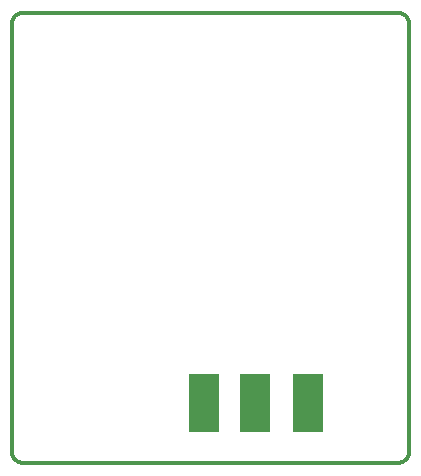
<source format=gbp>
G75*
%MOIN*%
%OFA0B0*%
%FSLAX24Y24*%
%IPPOS*%
%LPD*%
%AMOC8*
5,1,8,0,0,1.08239X$1,22.5*
%
%ADD10C,0.0120*%
%ADD11R,0.1043X0.1969*%
D10*
X000160Y000535D02*
X000160Y014785D01*
X000162Y014822D01*
X000167Y014858D01*
X000176Y014894D01*
X000189Y014929D01*
X000204Y014962D01*
X000223Y014993D01*
X000245Y015023D01*
X000270Y015050D01*
X000297Y015075D01*
X000327Y015097D01*
X000358Y015116D01*
X000391Y015131D01*
X000426Y015144D01*
X000462Y015153D01*
X000498Y015158D01*
X000535Y015160D01*
X013035Y015160D01*
X013072Y015158D01*
X013108Y015153D01*
X013144Y015144D01*
X013179Y015131D01*
X013212Y015116D01*
X013243Y015097D01*
X013273Y015075D01*
X013300Y015050D01*
X013325Y015023D01*
X013347Y014993D01*
X013366Y014962D01*
X013381Y014929D01*
X013394Y014894D01*
X013403Y014858D01*
X013408Y014822D01*
X013410Y014785D01*
X013410Y000535D01*
X013408Y000498D01*
X013403Y000462D01*
X013394Y000426D01*
X013381Y000391D01*
X013366Y000358D01*
X013347Y000327D01*
X013325Y000297D01*
X013300Y000270D01*
X013273Y000245D01*
X013243Y000223D01*
X013212Y000204D01*
X013179Y000189D01*
X013144Y000176D01*
X013108Y000167D01*
X013072Y000162D01*
X013035Y000160D01*
X000535Y000160D01*
X000498Y000162D01*
X000462Y000167D01*
X000426Y000176D01*
X000391Y000189D01*
X000358Y000204D01*
X000327Y000223D01*
X000297Y000245D01*
X000270Y000270D01*
X000245Y000297D01*
X000223Y000327D01*
X000204Y000358D01*
X000189Y000391D01*
X000176Y000426D01*
X000167Y000462D01*
X000162Y000498D01*
X000160Y000535D01*
D11*
X006556Y002160D03*
X008264Y002160D03*
X010035Y002160D03*
M02*

</source>
